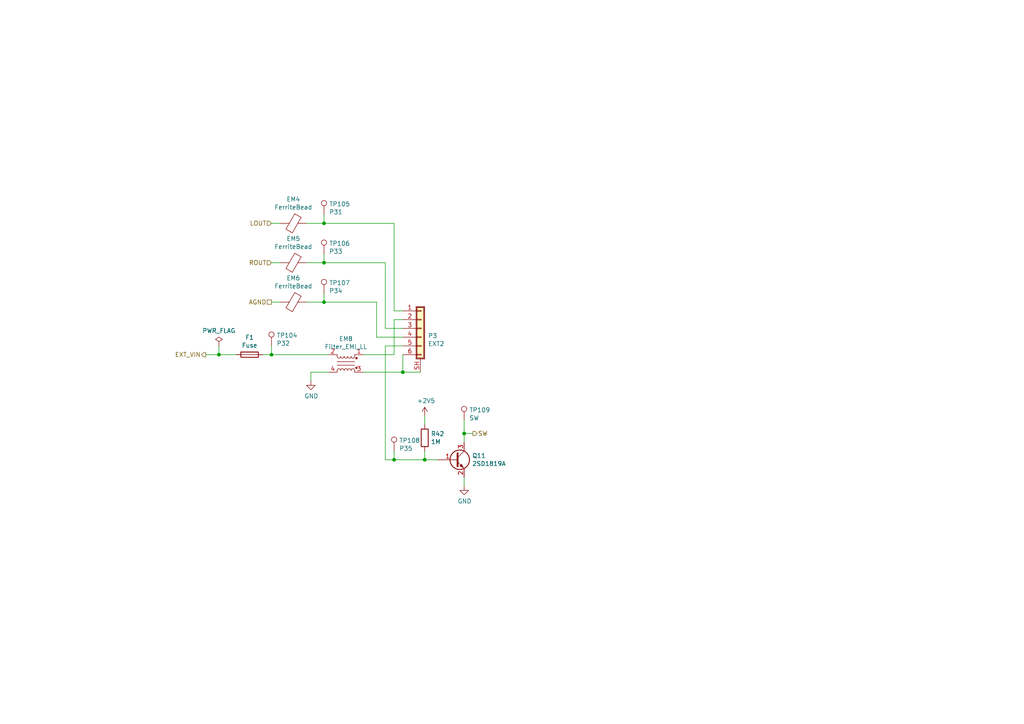
<source format=kicad_sch>
(kicad_sch (version 20211123) (generator eeschema)
  (paper "A4")
  (title_block (title "AGS-CPU-11 - EXT2 port") (date "2021-07-26") (rev "C") (company "https://gekkio.fi") (comment 1 "https://github.com/Gekkio/gb-schematics"))
  (lib_symbols
    (symbol "Connector:TestPoint" (pin_numbers hide) (pin_names (offset 0.762) hide)
      (property "Reference" "TP" (at 0 6.858 0))
      (property "Value" "TestPoint" (at 0 5.08 0))
      (symbol "TestPoint_0_1"
        (circle (center 0 3.302) (radius 0.762))
      )
      (symbol "TestPoint_1_1"
        (pin passive line (at 0 0 90) (length 2.54) (name "1") (number "1"))
      )
    )
    (symbol "Connector_Generic_Shielded:Conn_01x06_Shielded" (pin_names (offset 1.016) hide)
      (property "Reference" "J" (at 0.254 7.366 0))
      (property "Value" "Conn_01x06_Shielded" (at 1.016 -9.906 0))
      (symbol "Conn_01x06_Shielded_1_1"
        (rectangle (start -1.27 6.35) (end 1.27 -8.89) (stroke (width 0.1524)))
        (rectangle (start -1.016 -7.493) (end 0.254 -7.747) (stroke (width 0.1524)))
        (rectangle (start -1.016 -4.953) (end 0.254 -5.207) (stroke (width 0.1524)))
        (rectangle (start -1.016 -2.413) (end 0.254 -2.667) (stroke (width 0.1524)))
        (rectangle (start -1.016 0.127) (end 0.254 -0.127) (stroke (width 0.1524)))
        (rectangle (start -1.016 2.667) (end 0.254 2.413) (stroke (width 0.1524)))
        (rectangle (start -1.016 5.207) (end 0.254 4.953) (stroke (width 0.1524)))
        (rectangle (start -1.016 6.096) (end 1.016 -8.636) (stroke (width 0.254)) (fill (type background)))
        (pin passive line (at -5.08 5.08 0) (length 4.064) (name "Pin_1") (number "1"))
        (pin passive line (at -5.08 2.54 0) (length 4.064) (name "Pin_2") (number "2"))
        (pin passive line (at -5.08 0 0) (length 4.064) (name "Pin_3") (number "3"))
        (pin passive line (at -5.08 -2.54 0) (length 4.064) (name "Pin_4") (number "4"))
        (pin passive line (at -5.08 -5.08 0) (length 4.064) (name "Pin_5") (number "5"))
        (pin passive line (at -5.08 -7.62 0) (length 4.064) (name "Pin_6") (number "6"))
        (pin passive line (at 0 -12.7 90) (length 3.81) (name "Shield") (number "SH"))
      )
    )
    (symbol "Device:FerriteBead" (pin_numbers hide) (pin_names (offset 0))
      (property "Reference" "FB" (at -3.81 0.635 90))
      (property "Value" "FerriteBead" (at 3.81 0 90))
      (symbol "FerriteBead_0_1"
        (polyline (pts (xy 0 -1.27) (xy 0 -1.2192)))
        (polyline (pts (xy 0 1.27) (xy 0 1.2954)))
        (polyline (pts (xy -2.7686 0.4064) (xy -1.7018 2.2606) (xy 2.7686 -0.3048) (xy 1.6764 -2.159) (xy -2.7686 0.4064)))
      )
      (symbol "FerriteBead_1_1"
        (pin passive line (at 0 3.81 270) (length 2.54) (name "~") (number "1"))
        (pin passive line (at 0 -3.81 90) (length 2.54) (name "~") (number "2"))
      )
    )
    (symbol "Device:Filter_EMI_LL" (pin_names (offset 0.254) hide)
      (property "Reference" "FL" (at 0 4.445 0))
      (property "Value" "Filter_EMI_LL" (at 0 -4.445 0))
      (symbol "Filter_EMI_LL_0_1"
        (circle (center -3.048 -1.27) (radius 0.254) (fill (type outline)))
        (circle (center -3.048 1.524) (radius 0.254) (fill (type outline)))
        (arc (start -2.54 2.032) (mid -2.032 1.524) (end -1.524 2.032))
        (arc (start -1.524 -2.032) (mid -2.032 -1.524) (end -2.54 -2.032))
        (arc (start -1.524 2.032) (mid -1.016 1.524) (end -0.508 2.032))
        (arc (start -0.508 -2.032) (mid -1.016 -1.524) (end -1.524 -2.032))
        (arc (start -0.508 2.032) (mid 0 1.524) (end 0.508 2.032))
        (polyline (pts (xy -2.54 -2.032) (xy -2.54 -2.54)))
        (polyline (pts (xy -2.54 0.508) (xy 2.54 0.508)))
        (polyline (pts (xy -2.54 2.032) (xy -2.54 2.54)))
        (polyline (pts (xy 2.54 -2.032) (xy 2.54 -2.54)))
        (polyline (pts (xy 2.54 -0.508) (xy -2.54 -0.508)))
        (polyline (pts (xy 2.54 2.54) (xy 2.54 2.032)))
        (arc (start 0.508 -2.032) (mid 0 -1.524) (end -0.508 -2.032))
        (arc (start 0.508 2.032) (mid 1.016 1.524) (end 1.524 2.032))
        (arc (start 1.524 -2.032) (mid 1.016 -1.524) (end 0.508 -2.032))
        (arc (start 1.524 2.032) (mid 2.032 1.524) (end 2.54 2.032))
        (arc (start 2.54 -2.032) (mid 2.032 -1.524) (end 1.524 -2.032))
      )
      (symbol "Filter_EMI_LL_1_1"
        (pin passive line (at -5.08 2.54 0) (length 2.54) (name "1") (number "1"))
        (pin passive line (at 5.08 2.54 180) (length 2.54) (name "2") (number "2"))
        (pin passive line (at -5.08 -2.54 0) (length 2.54) (name "3") (number "3"))
        (pin passive line (at 5.08 -2.54 180) (length 2.54) (name "4") (number "4"))
      )
    )
    (symbol "Device:Fuse" (pin_numbers hide) (pin_names (offset 0))
      (property "Reference" "F" (at 2.032 0 90))
      (property "Value" "Fuse" (at -1.905 0 90))
      (symbol "Fuse_0_1"
        (rectangle (start -0.762 -2.54) (end 0.762 2.54) (stroke (width 0.254)))
        (polyline (pts (xy 0 2.54) (xy 0 -2.54)))
      )
      (symbol "Fuse_1_1"
        (pin passive line (at 0 3.81 270) (length 1.27) (name "~") (number "1"))
        (pin passive line (at 0 -3.81 90) (length 1.27) (name "~") (number "2"))
      )
    )
    (symbol "Device:Q_NPN_BEC" (pin_names (offset 0) hide)
      (property "Reference" "Q" (at 5.08 1.27 0))
      (property "Value" "Q_NPN_BEC" (at 5.08 -1.27 0))
      (symbol "Q_NPN_BEC_0_1"
        (polyline (pts (xy 0.635 0.635) (xy 2.54 2.54)))
        (polyline (pts (xy 0.635 -0.635) (xy 2.54 -2.54) (xy 2.54 -2.54)))
        (polyline (pts (xy 0.635 1.905) (xy 0.635 -1.905) (xy 0.635 -1.905)) (stroke (width 0.508)))
        (polyline (pts (xy 1.27 -1.778) (xy 1.778 -1.27) (xy 2.286 -2.286) (xy 1.27 -1.778) (xy 1.27 -1.778)) (fill (type outline)))
        (circle (center 1.27 0) (radius 2.8194) (stroke (width 0.254)))
      )
      (symbol "Q_NPN_BEC_1_1"
        (pin input line (at -5.08 0 0) (length 5.715) (name "B") (number "1"))
        (pin passive line (at 2.54 -5.08 90) (length 2.54) (name "E") (number "2"))
        (pin passive line (at 2.54 5.08 270) (length 2.54) (name "C") (number "3"))
      )
    )
    (symbol "Device:R" (pin_numbers hide) (pin_names (offset 0))
      (property "Reference" "R" (at 2.032 0 90))
      (property "Value" "R" (at 0 0 90))
      (symbol "R_0_1"
        (rectangle (start -1.016 -2.54) (end 1.016 2.54) (stroke (width 0.254)))
      )
      (symbol "R_1_1"
        (pin passive line (at 0 3.81 270) (length 1.27) (name "~") (number "1"))
        (pin passive line (at 0 -3.81 90) (length 1.27) (name "~") (number "2"))
      )
    )
    (symbol "power:+2V5" (power) (pin_names (offset 0))
      (property "Value" "+2V5" (at 0 3.556 0))
      (symbol "+2V5_0_1"
        (polyline (pts (xy -0.762 1.27) (xy 0 2.54)))
        (polyline (pts (xy 0 0) (xy 0 2.54)))
        (polyline (pts (xy 0 2.54) (xy 0.762 1.27)))
      )
      (symbol "+2V5_1_1"
        (pin power_in line (at 0 0 90) (length 0) hide (name "+2V5") (number "1"))
      )
    )
    (symbol "power:GND" (power) (pin_names (offset 0))
      (property "Value" "GND" (at 0 -3.81 0))
      (symbol "GND_0_1"
        (polyline (pts (xy 0 0) (xy 0 -1.27) (xy 1.27 -1.27) (xy 0 -2.54) (xy -1.27 -1.27) (xy 0 -1.27)))
      )
      (symbol "GND_1_1"
        (pin power_in line (at 0 0 270) (length 0) hide (name "GND") (number "1"))
      )
    )
    (symbol "power:PWR_FLAG" (power) (pin_numbers hide) (pin_names (offset 0) hide)
      (property "Value" "PWR_FLAG" (at 0 3.81 0))
      (symbol "PWR_FLAG_0_0"
        (pin power_out line (at 0 0 90) (length 0) (name "pwr") (number "1"))
      )
      (symbol "PWR_FLAG_0_1"
        (polyline (pts (xy 0 0) (xy 0 1.27) (xy -1.016 1.905) (xy 0 2.54) (xy 1.016 1.905) (xy 0 1.27)))
      )
    )
  )
  (junction (at 78.74 102.87))
  (junction (at 114.3 133.35))
  (junction (at 93.98 87.63))
  (junction (at 116.84 107.95))
  (junction (at 63.5 102.87))
  (junction (at 93.98 76.2))
  (junction (at 93.98 64.77))
  (junction (at 123.19 133.35))
  (junction (at 134.62 125.73))
  (wire (pts (xy 93.98 76.2) (xy 111.76 76.2)))
  (wire (pts (xy 109.22 97.79) (xy 116.84 97.79)))
  (wire (pts (xy 121.92 107.95) (xy 116.84 107.95)))
  (wire (pts (xy 114.3 133.35) (xy 123.19 133.35)))
  (wire (pts (xy 78.74 76.2) (xy 81.28 76.2)))
  (wire (pts (xy 93.98 87.63) (xy 109.22 87.63)))
  (wire (pts (xy 134.62 140.97) (xy 134.62 138.43)))
  (wire (pts (xy 95.25 107.95) (xy 90.17 107.95)))
  (wire (pts (xy 111.76 100.33) (xy 111.76 133.35)))
  (wire (pts (xy 134.62 121.92) (xy 134.62 125.73)))
  (wire (pts (xy 111.76 76.2) (xy 111.76 95.25)))
  (wire (pts (xy 76.2 102.87) (xy 78.74 102.87)))
  (wire (pts (xy 78.74 102.87) (xy 95.25 102.87)))
  (wire (pts (xy 93.98 87.63) (xy 93.98 85.09)))
  (wire (pts (xy 114.3 102.87) (xy 105.41 102.87)))
  (wire (pts (xy 114.3 90.17) (xy 116.84 90.17)))
  (wire (pts (xy 59.69 102.87) (xy 63.5 102.87)))
  (wire (pts (xy 88.9 64.77) (xy 93.98 64.77)))
  (wire (pts (xy 114.3 64.77) (xy 114.3 90.17)))
  (wire (pts (xy 123.19 133.35) (xy 127 133.35)))
  (wire (pts (xy 123.19 130.81) (xy 123.19 133.35)))
  (wire (pts (xy 105.41 107.95) (xy 116.84 107.95)))
  (wire (pts (xy 111.76 95.25) (xy 116.84 95.25)))
  (wire (pts (xy 114.3 92.71) (xy 114.3 102.87)))
  (wire (pts (xy 90.17 107.95) (xy 90.17 110.49)))
  (wire (pts (xy 137.16 125.73) (xy 134.62 125.73)))
  (wire (pts (xy 114.3 130.81) (xy 114.3 133.35)))
  (wire (pts (xy 123.19 123.19) (xy 123.19 120.65)))
  (wire (pts (xy 109.22 87.63) (xy 109.22 97.79)))
  (wire (pts (xy 78.74 100.33) (xy 78.74 102.87)))
  (wire (pts (xy 93.98 62.23) (xy 93.98 64.77)))
  (wire (pts (xy 114.3 64.77) (xy 93.98 64.77)))
  (wire (pts (xy 88.9 87.63) (xy 93.98 87.63)))
  (wire (pts (xy 93.98 73.66) (xy 93.98 76.2)))
  (wire (pts (xy 116.84 92.71) (xy 114.3 92.71)))
  (wire (pts (xy 134.62 125.73) (xy 134.62 128.27)))
  (wire (pts (xy 116.84 107.95) (xy 116.84 102.87)))
  (wire (pts (xy 78.74 87.63) (xy 81.28 87.63)))
  (wire (pts (xy 111.76 133.35) (xy 114.3 133.35)))
  (wire (pts (xy 78.74 64.77) (xy 81.28 64.77)))
  (wire (pts (xy 116.84 100.33) (xy 111.76 100.33)))
  (wire (pts (xy 88.9 76.2) (xy 93.98 76.2)))
  (wire (pts (xy 63.5 102.87) (xy 68.58 102.87)))
  (wire (pts (xy 63.5 100.33) (xy 63.5 102.87)))
  (hierarchical_label "LOUT" (shape input) (at 78.74 64.77 180))
  (hierarchical_label "SW" (shape output) (at 137.16 125.73 0))
  (hierarchical_label "EXT_VIN" (shape output) (at 59.69 102.87 180))
  (hierarchical_label "ROUT" (shape input) (at 78.74 76.2 180))
  (hierarchical_label "AGND" (shape passive) (at 78.74 87.63 180))
  (symbol (lib_id "Connector_Generic_Shielded:Conn_01x06_Shielded") (at 121.92 95.25 0) (unit 1)
    (property "Reference" "P3" (at 124.1298 97.409 0) (effects (justify left)))
    (property "Value" "EXT2" (at 124.1298 99.7204 0) (effects (justify left)))
  )
  (symbol (lib_id "power:GND") (at 90.17 110.49 0) (unit 1)
    (property "Reference" "#PWR0102" (effects hide))
    (property "Value" "GND" (at 90.297 114.8842 0))
  )
  (symbol (lib_id "Device:Fuse") (at 72.39 102.87 270) (unit 1)
    (property "Reference" "F1" (at 72.39 97.8662 90))
    (property "Value" "Fuse" (at 72.39 100.1776 90))
  )
  (symbol (lib_id "Connector:TestPoint") (at 93.98 62.23 0) (unit 1)
    (property "Reference" "TP105" (at 95.4532 59.182 0) (effects (justify left)))
    (property "Value" "P31" (at 95.4532 61.4934 0) (effects (justify left)))
  )
  (symbol (lib_id "Device:FerriteBead") (at 85.09 64.77 270) (unit 1)
    (property "Reference" "EM4" (at 85.09 57.8104 90))
    (property "Value" "FerriteBead" (at 85.09 60.1218 90))
  )
  (symbol (lib_id "Device:FerriteBead") (at 85.09 76.2 270) (unit 1)
    (property "Reference" "EM5" (at 85.09 69.2404 90))
    (property "Value" "FerriteBead" (at 85.09 71.5518 90))
  )
  (symbol (lib_id "Device:FerriteBead") (at 85.09 87.63 270) (unit 1)
    (property "Reference" "EM6" (at 85.09 80.6704 90))
    (property "Value" "FerriteBead" (at 85.09 82.9818 90))
  )
  (symbol (lib_id "Connector:TestPoint") (at 93.98 73.66 0) (unit 1)
    (property "Reference" "TP106" (at 95.4532 70.612 0) (effects (justify left)))
    (property "Value" "P33" (at 95.4532 72.9234 0) (effects (justify left)))
  )
  (symbol (lib_id "Connector:TestPoint") (at 93.98 85.09 0) (unit 1)
    (property "Reference" "TP107" (at 95.4532 82.042 0) (effects (justify left)))
    (property "Value" "P34" (at 95.4532 84.3534 0) (effects (justify left)))
  )
  (symbol (lib_id "Connector:TestPoint") (at 78.74 100.33 0) (unit 1)
    (property "Reference" "TP104" (at 80.2132 97.282 0) (effects (justify left)))
    (property "Value" "P32" (at 80.2132 99.5934 0) (effects (justify left)))
  )
  (symbol (lib_id "Device:Filter_EMI_LL") (at 100.33 105.41 0) (mirror y) (unit 1)
    (property "Reference" "EM8" (at 100.33 98.2726 0))
    (property "Value" "Filter_EMI_LL" (at 100.33 100.584 0))
  )
  (symbol (lib_id "Connector:TestPoint") (at 114.3 130.81 0) (unit 1)
    (property "Reference" "TP108" (at 115.7732 127.762 0) (effects (justify left)))
    (property "Value" "P35" (at 115.7732 130.0734 0) (effects (justify left)))
  )
  (symbol (lib_id "Device:R") (at 123.19 127 180) (unit 1)
    (property "Reference" "R42" (at 124.968 125.8316 0) (effects (justify right)))
    (property "Value" "1M" (at 124.968 128.143 0) (effects (justify right)))
  )
  (symbol (lib_id "Device:Q_NPN_BEC") (at 132.08 133.35 0) (unit 1)
    (property "Reference" "Q11" (at 136.9314 132.1816 0) (effects (justify left)))
    (property "Value" "2SD1819A" (at 136.9314 134.493 0) (effects (justify left)))
  )
  (symbol (lib_id "power:GND") (at 134.62 140.97 0) (unit 1)
    (property "Reference" "#PWR0119" (effects hide))
    (property "Value" "GND" (at 134.747 145.3642 0))
  )
  (symbol (lib_id "power:+2V5") (at 123.19 120.65 0) (unit 1)
    (property "Reference" "#PWR0120" (effects hide))
    (property "Value" "+2V5" (at 123.571 116.2558 0))
  )
  (symbol (lib_id "power:PWR_FLAG") (at 63.5 100.33 0) (unit 1)
    (property "Reference" "#FLG0109" (effects hide))
    (property "Value" "PWR_FLAG" (at 63.5 95.9358 0))
  )
  (symbol (lib_id "Connector:TestPoint") (at 134.62 121.92 0) (unit 1)
    (property "Reference" "TP109" (at 136.0932 118.9228 0) (effects (justify left)))
    (property "Value" "SW" (at 136.0932 121.2342 0) (effects (justify left)))
  )
)
</source>
